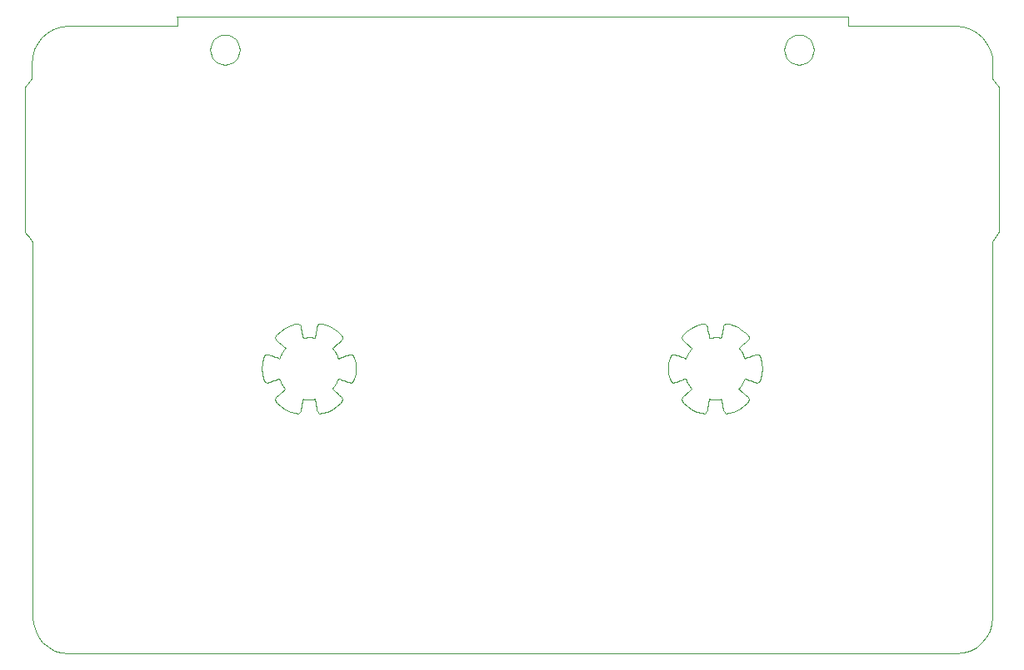
<source format=gbr>
G04 #@! TF.FileFunction,Profile,NP*
%FSLAX46Y46*%
G04 Gerber Fmt 4.6, Leading zero omitted, Abs format (unit mm)*
G04 Created by KiCad (PCBNEW 4.0.7-e0-6372~58~ubuntu16.04.1) date Fri Jul 21 22:06:20 2017*
%MOMM*%
%LPD*%
G01*
G04 APERTURE LIST*
%ADD10C,0.100000*%
G04 APERTURE END LIST*
D10*
X115096850Y-61419693D02*
X115096850Y-61419693D01*
X115096640Y-61419678D02*
X115096850Y-61419693D01*
X115096630Y-61419675D02*
X115096640Y-61419678D01*
X115096620Y-61419672D02*
X115096630Y-61419675D01*
X115096600Y-61419672D02*
X115096620Y-61419672D01*
X115096590Y-61419669D02*
X115096600Y-61419672D01*
X115096580Y-61419669D02*
X115096590Y-61419669D01*
X115096570Y-61419667D02*
X115096580Y-61419669D01*
X115096560Y-61419667D02*
X115096570Y-61419667D01*
X115346080Y-61573221D02*
X115096560Y-61419667D01*
X115577730Y-61736337D02*
X115346080Y-61573221D01*
X115782250Y-61903720D02*
X115577730Y-61736337D01*
X115950400Y-62070068D02*
X115782250Y-61903720D01*
X116072930Y-62230079D02*
X115950400Y-62070068D01*
X116140630Y-62378457D02*
X116072930Y-62230079D01*
X116144630Y-62509894D02*
X116140630Y-62378457D01*
X116074830Y-62619094D02*
X116144630Y-62509894D01*
X115953050Y-62726147D02*
X116074830Y-62619094D01*
X115831270Y-62833199D02*
X115953050Y-62726147D01*
X115709490Y-62940252D02*
X115831270Y-62833199D01*
X115587710Y-63047304D02*
X115709490Y-62940252D01*
X115465930Y-63154360D02*
X115587710Y-63047304D01*
X115344150Y-63261412D02*
X115465930Y-63154360D01*
X115222370Y-63368465D02*
X115344150Y-63261412D01*
X115100590Y-63475517D02*
X115222370Y-63368465D01*
X115196890Y-63592676D02*
X115100590Y-63475517D01*
X115287290Y-63714162D02*
X115196890Y-63592676D01*
X115371690Y-63839745D02*
X115287290Y-63714162D01*
X115449890Y-63969200D02*
X115371690Y-63839745D01*
X115521790Y-64102302D02*
X115449890Y-63969200D01*
X115587290Y-64238821D02*
X115521790Y-64102302D01*
X115646190Y-64378529D02*
X115587290Y-64238821D01*
X115698490Y-64521201D02*
X115646190Y-64378529D01*
X115852810Y-64469051D02*
X115698490Y-64521201D01*
X116007130Y-64416901D02*
X115852810Y-64469051D01*
X116161450Y-64364741D02*
X116007130Y-64416901D01*
X116315760Y-64312591D02*
X116161450Y-64364741D01*
X116470080Y-64260441D02*
X116315760Y-64312591D01*
X116624400Y-64208281D02*
X116470080Y-64260441D01*
X116778720Y-64156121D02*
X116624400Y-64208281D01*
X116933040Y-64103971D02*
X116778720Y-64156121D01*
X117172580Y-64167851D02*
X116933040Y-64103971D01*
X117344290Y-64487431D02*
X117172580Y-64167851D01*
X117447880Y-64977440D02*
X117344290Y-64487431D01*
X117483080Y-65552597D02*
X117447880Y-64977440D01*
X117449580Y-66127625D02*
X117483080Y-65552597D01*
X117347020Y-66617244D02*
X117449580Y-66127625D01*
X117175150Y-66936178D02*
X117347020Y-66617244D01*
X116933680Y-66999148D02*
X117175150Y-66936178D01*
X116778040Y-66946578D02*
X116933680Y-66999148D01*
X116622400Y-66894008D02*
X116778040Y-66946578D01*
X116466770Y-66841428D02*
X116622400Y-66894008D01*
X116311130Y-66788858D02*
X116466770Y-66841428D01*
X116155490Y-66736278D02*
X116311130Y-66788858D01*
X115999850Y-66683698D02*
X116155490Y-66736278D01*
X115844220Y-66631128D02*
X115999850Y-66683698D01*
X115688580Y-66578548D02*
X115844220Y-66631128D01*
X115663180Y-66649658D02*
X115688580Y-66578548D01*
X115636180Y-66720118D02*
X115663180Y-66649658D01*
X115607480Y-66789908D02*
X115636180Y-66720118D01*
X115577180Y-66858998D02*
X115607480Y-66789908D01*
X115545180Y-66927348D02*
X115577180Y-66858998D01*
X115511580Y-66994938D02*
X115545180Y-66927348D01*
X115476380Y-67061728D02*
X115511580Y-66994938D01*
X115439680Y-67127698D02*
X115476380Y-67061728D01*
X115400980Y-67192548D02*
X115439680Y-67127698D01*
X115360780Y-67256438D02*
X115400980Y-67192548D01*
X115319080Y-67319338D02*
X115360780Y-67256438D01*
X115275980Y-67381228D02*
X115319080Y-67319338D01*
X115231380Y-67442088D02*
X115275980Y-67381228D01*
X115185380Y-67501878D02*
X115231380Y-67442088D01*
X115137980Y-67560578D02*
X115185380Y-67501878D01*
X115089180Y-67618168D02*
X115137980Y-67560578D01*
X115212490Y-67726541D02*
X115089180Y-67618168D01*
X115335810Y-67834914D02*
X115212490Y-67726541D01*
X115459120Y-67943288D02*
X115335810Y-67834914D01*
X115582440Y-68051661D02*
X115459120Y-67943288D01*
X115705750Y-68160037D02*
X115582440Y-68051661D01*
X115829070Y-68268411D02*
X115705750Y-68160037D01*
X115952390Y-68376784D02*
X115829070Y-68268411D01*
X116075700Y-68485157D02*
X115952390Y-68376784D01*
X116140100Y-68724496D02*
X116075700Y-68485157D01*
X115949200Y-69032922D02*
X116140100Y-68724496D01*
X115576650Y-69367550D02*
X115949200Y-69032922D01*
X115096160Y-69685494D02*
X115576650Y-69367550D01*
X114581430Y-69943868D02*
X115096160Y-69685494D01*
X114106160Y-70099780D02*
X114581430Y-69943868D01*
X113744040Y-70110360D02*
X114106160Y-70099780D01*
X113568780Y-69932704D02*
X113744040Y-70110360D01*
X113536780Y-69772777D02*
X113568780Y-69932704D01*
X113504780Y-69612850D02*
X113536780Y-69772777D01*
X113472780Y-69452921D02*
X113504780Y-69612850D01*
X113440780Y-69292994D02*
X113472780Y-69452921D01*
X113408780Y-69133067D02*
X113440780Y-69292994D01*
X113376780Y-68973140D02*
X113408780Y-69133067D01*
X113344780Y-68813211D02*
X113376780Y-68973140D01*
X113312780Y-68653284D02*
X113344780Y-68813211D01*
X113163000Y-68679644D02*
X113312780Y-68653284D01*
X113012430Y-68698724D02*
X113163000Y-68679644D01*
X112861330Y-68710524D02*
X113012430Y-68698724D01*
X112709970Y-68715024D02*
X112861330Y-68710524D01*
X112558610Y-68712224D02*
X112709970Y-68715024D01*
X112407510Y-68702174D02*
X112558610Y-68712224D01*
X112256940Y-68684844D02*
X112407510Y-68702174D01*
X112107150Y-68660204D02*
X112256940Y-68684844D01*
X112075250Y-68819276D02*
X112107150Y-68660204D01*
X112043350Y-68978347D02*
X112075250Y-68819276D01*
X112011450Y-69137419D02*
X112043350Y-68978347D01*
X111979550Y-69296491D02*
X112011450Y-69137419D01*
X111947650Y-69455560D02*
X111979550Y-69296491D01*
X111915750Y-69614632D02*
X111947650Y-69455560D01*
X111883850Y-69773703D02*
X111915750Y-69614632D01*
X111851950Y-69932775D02*
X111883850Y-69773703D01*
X111676660Y-70110428D02*
X111851950Y-69932775D01*
X111314490Y-70099848D02*
X111676660Y-70110428D01*
X110839140Y-69943918D02*
X111314490Y-70099848D01*
X110324310Y-69685529D02*
X110839140Y-69943918D01*
X109843740Y-69367569D02*
X110324310Y-69685529D01*
X109471120Y-69032927D02*
X109843740Y-69367569D01*
X109280160Y-68724492D02*
X109471120Y-69032927D01*
X109344560Y-68485150D02*
X109280160Y-68724492D01*
X109466340Y-68378098D02*
X109344560Y-68485150D01*
X109588120Y-68271043D02*
X109466340Y-68378098D01*
X109709900Y-68163990D02*
X109588120Y-68271043D01*
X109831680Y-68056935D02*
X109709900Y-68163990D01*
X109953460Y-67949882D02*
X109831680Y-68056935D01*
X110075240Y-67842830D02*
X109953460Y-67949882D01*
X110197020Y-67735774D02*
X110075240Y-67842830D01*
X110318800Y-67628722D02*
X110197020Y-67735774D01*
X110222600Y-67511399D02*
X110318800Y-67628722D01*
X110132300Y-67389750D02*
X110222600Y-67511399D01*
X110048000Y-67264000D02*
X110132300Y-67389750D01*
X109969900Y-67134384D02*
X110048000Y-67264000D01*
X109898100Y-67001124D02*
X109969900Y-67134384D01*
X109832700Y-66864450D02*
X109898100Y-67001124D01*
X109773900Y-66724586D02*
X109832700Y-66864450D01*
X109721800Y-66581765D02*
X109773900Y-66724586D01*
X109567480Y-66633915D02*
X109721800Y-66581765D01*
X109413160Y-66686075D02*
X109567480Y-66633915D01*
X109258840Y-66738225D02*
X109413160Y-66686075D01*
X109104520Y-66790375D02*
X109258840Y-66738225D01*
X108950210Y-66842525D02*
X109104520Y-66790375D01*
X108795890Y-66894675D02*
X108950210Y-66842525D01*
X108641570Y-66946825D02*
X108795890Y-66894675D01*
X108487250Y-66998975D02*
X108641570Y-66946825D01*
X108245760Y-66936025D02*
X108487250Y-66998975D01*
X108073860Y-66617130D02*
X108245760Y-66936025D01*
X107971250Y-66127571D02*
X108073860Y-66617130D01*
X107937650Y-65552611D02*
X107971250Y-66127571D01*
X107972750Y-64977523D02*
X107937650Y-65552611D01*
X108076270Y-64487574D02*
X107972750Y-64977523D01*
X108247930Y-64168034D02*
X108076270Y-64487574D01*
X108487420Y-64104174D02*
X108247930Y-64168034D01*
X108642980Y-64156704D02*
X108487420Y-64104174D01*
X108798530Y-64209234D02*
X108642980Y-64156704D01*
X108954090Y-64261764D02*
X108798530Y-64209234D01*
X109109650Y-64314294D02*
X108954090Y-64261764D01*
X109265210Y-64366824D02*
X109109650Y-64314294D01*
X109420770Y-64419354D02*
X109265210Y-64366824D01*
X109576330Y-64471884D02*
X109420770Y-64419354D01*
X109731890Y-64524414D02*
X109576330Y-64471884D01*
X109757290Y-64453394D02*
X109731890Y-64524414D01*
X109784290Y-64383014D02*
X109757290Y-64453394D01*
X109812890Y-64313314D02*
X109784290Y-64383014D01*
X109843190Y-64244314D02*
X109812890Y-64313314D01*
X109875090Y-64176044D02*
X109843190Y-64244314D01*
X109908590Y-64108534D02*
X109875090Y-64176044D01*
X109943690Y-64041814D02*
X109908590Y-64108534D01*
X109980390Y-63975914D02*
X109943690Y-64041814D01*
X110019090Y-63911064D02*
X109980390Y-63975914D01*
X110059290Y-63847174D02*
X110019090Y-63911064D01*
X110100990Y-63784264D02*
X110059290Y-63847174D01*
X110144090Y-63722374D02*
X110100990Y-63784264D01*
X110188690Y-63661524D02*
X110144090Y-63722374D01*
X110234690Y-63601734D02*
X110188690Y-63661524D01*
X110282090Y-63543034D02*
X110234690Y-63601734D01*
X110330890Y-63485444D02*
X110282090Y-63543034D01*
X110207650Y-63377118D02*
X110330890Y-63485444D01*
X110084410Y-63268790D02*
X110207650Y-63377118D01*
X109961170Y-63160462D02*
X110084410Y-63268790D01*
X109837940Y-63052137D02*
X109961170Y-63160462D01*
X109714700Y-62943811D02*
X109837940Y-63052137D01*
X109591470Y-62835483D02*
X109714700Y-62943811D01*
X109468230Y-62727155D02*
X109591470Y-62835483D01*
X109345000Y-62618830D02*
X109468230Y-62727155D01*
X109278800Y-62378196D02*
X109345000Y-62618830D01*
X109469110Y-62069811D02*
X109278800Y-62378196D01*
X109841920Y-61736078D02*
X109469110Y-62069811D01*
X110323190Y-61419391D02*
X109841920Y-61736078D01*
X110838940Y-61162145D02*
X110323190Y-61419391D01*
X111315150Y-61006734D02*
X110838940Y-61162145D01*
X111677800Y-60995554D02*
X111315150Y-61006734D01*
X111852890Y-61171009D02*
X111677800Y-60995554D01*
X111884890Y-61330936D02*
X111852890Y-61171009D01*
X111916890Y-61490862D02*
X111884890Y-61330936D01*
X111948890Y-61650792D02*
X111916890Y-61490862D01*
X111980890Y-61810719D02*
X111948890Y-61650792D01*
X112012890Y-61970646D02*
X111980890Y-61810719D01*
X112044890Y-62130573D02*
X112012890Y-61970646D01*
X112076890Y-62290502D02*
X112044890Y-62130573D01*
X112108890Y-62450429D02*
X112076890Y-62290502D01*
X112258470Y-62424129D02*
X112108890Y-62450429D01*
X112408830Y-62405079D02*
X112258470Y-62424129D01*
X112559720Y-62393279D02*
X112408830Y-62405079D01*
X112710870Y-62388779D02*
X112559720Y-62393279D01*
X112862020Y-62391579D02*
X112710870Y-62388779D01*
X113012910Y-62401599D02*
X112862020Y-62391579D01*
X113163280Y-62418869D02*
X113012910Y-62401599D01*
X113312870Y-62443419D02*
X113163280Y-62418869D01*
X113344670Y-62284427D02*
X113312870Y-62443419D01*
X113376470Y-62125437D02*
X113344670Y-62284427D01*
X113408270Y-61966444D02*
X113376470Y-62125437D01*
X113440070Y-61807454D02*
X113408270Y-61966444D01*
X113471870Y-61648461D02*
X113440070Y-61807454D01*
X113503670Y-61489469D02*
X113471870Y-61648461D01*
X113535470Y-61330479D02*
X113503670Y-61489469D01*
X113567270Y-61171486D02*
X113535470Y-61330479D01*
X113626770Y-61057779D02*
X113567270Y-61171486D01*
X113742380Y-60996029D02*
X113626770Y-61057779D01*
X113904870Y-60980929D02*
X113742380Y-60996029D01*
X114105000Y-61007179D02*
X113904870Y-60980929D01*
X114333510Y-61069479D02*
X114105000Y-61007179D01*
X114581150Y-61162529D02*
X114333510Y-61069479D01*
X114838690Y-61281034D02*
X114581150Y-61162529D01*
X115096850Y-61419693D02*
X114838690Y-61281034D01*
X73802998Y-61419693D02*
X73802998Y-61419693D01*
X73802981Y-61419685D02*
X73802998Y-61419693D01*
X73802970Y-61419682D02*
X73802981Y-61419685D01*
X73802959Y-61419679D02*
X73802970Y-61419682D01*
X73802945Y-61419679D02*
X73802959Y-61419679D01*
X73802934Y-61419676D02*
X73802945Y-61419679D01*
X73802922Y-61419676D02*
X73802934Y-61419676D01*
X73802911Y-61419673D02*
X73802922Y-61419676D01*
X73802900Y-61419673D02*
X73802911Y-61419673D01*
X74052426Y-61573228D02*
X73802900Y-61419673D01*
X74284071Y-61736344D02*
X74052426Y-61573228D01*
X74488592Y-61903727D02*
X74284071Y-61736344D01*
X74656740Y-62070074D02*
X74488592Y-61903727D01*
X74779261Y-62230098D02*
X74656740Y-62070074D01*
X74846931Y-62378473D02*
X74779261Y-62230098D01*
X74850531Y-62509910D02*
X74846931Y-62378473D01*
X74780741Y-62619106D02*
X74850531Y-62509910D01*
X74658959Y-62726158D02*
X74780741Y-62619106D01*
X74537180Y-62833211D02*
X74658959Y-62726158D01*
X74415398Y-62940263D02*
X74537180Y-62833211D01*
X74293620Y-63047316D02*
X74415398Y-62940263D01*
X74171841Y-63154371D02*
X74293620Y-63047316D01*
X74050059Y-63261424D02*
X74171841Y-63154371D01*
X73928277Y-63368476D02*
X74050059Y-63261424D01*
X73806498Y-63475529D02*
X73928277Y-63368476D01*
X73902798Y-63592688D02*
X73806498Y-63475529D01*
X73993198Y-63714173D02*
X73902798Y-63592688D01*
X74077568Y-63839756D02*
X73993198Y-63714173D01*
X74155768Y-63969211D02*
X74077568Y-63839756D01*
X74227678Y-64102313D02*
X74155768Y-63969211D01*
X74293168Y-64238832D02*
X74227678Y-64102313D01*
X74352108Y-64378541D02*
X74293168Y-64238832D01*
X74404368Y-64521213D02*
X74352108Y-64378541D01*
X74558687Y-64469063D02*
X74404368Y-64521213D01*
X74713006Y-64416913D02*
X74558687Y-64469063D01*
X74867325Y-64364753D02*
X74713006Y-64416913D01*
X75021645Y-64312603D02*
X74867325Y-64364753D01*
X75175964Y-64260453D02*
X75021645Y-64312603D01*
X75330283Y-64208293D02*
X75175964Y-64260453D01*
X75484602Y-64156143D02*
X75330283Y-64208293D01*
X75638921Y-64103993D02*
X75484602Y-64156143D01*
X75878460Y-64167873D02*
X75638921Y-64103993D01*
X76050172Y-64487453D02*
X75878460Y-64167873D01*
X76153759Y-64977461D02*
X76050172Y-64487453D01*
X76188929Y-65552619D02*
X76153759Y-64977461D01*
X76155379Y-66127647D02*
X76188929Y-65552619D01*
X76052819Y-66617266D02*
X76155379Y-66127647D01*
X75880952Y-66936199D02*
X76052819Y-66617266D01*
X75639480Y-66999169D02*
X75880952Y-66936199D01*
X75483843Y-66946599D02*
X75639480Y-66999169D01*
X75328206Y-66894029D02*
X75483843Y-66946599D01*
X75172569Y-66841449D02*
X75328206Y-66894029D01*
X75016929Y-66788879D02*
X75172569Y-66841449D01*
X74861292Y-66736299D02*
X75016929Y-66788879D01*
X74705655Y-66683719D02*
X74861292Y-66736299D01*
X74550018Y-66631149D02*
X74705655Y-66683719D01*
X74394380Y-66578569D02*
X74550018Y-66631149D01*
X74369010Y-66649679D02*
X74394380Y-66578569D01*
X74341970Y-66720139D02*
X74369010Y-66649679D01*
X74313280Y-66789929D02*
X74341970Y-66720139D01*
X74282950Y-66859019D02*
X74313280Y-66789929D01*
X74250990Y-66927369D02*
X74282950Y-66859019D01*
X74217420Y-66994959D02*
X74250990Y-66927369D01*
X74182250Y-67061749D02*
X74217420Y-66994959D01*
X74145500Y-67127719D02*
X74182250Y-67061749D01*
X74106820Y-67192569D02*
X74145500Y-67127719D01*
X74066640Y-67256459D02*
X74106820Y-67192569D01*
X74024970Y-67319359D02*
X74066640Y-67256459D01*
X73981840Y-67381249D02*
X74024970Y-67319359D01*
X73937260Y-67442109D02*
X73981840Y-67381249D01*
X73891250Y-67501899D02*
X73937260Y-67442109D01*
X73843820Y-67560599D02*
X73891250Y-67501899D01*
X73795000Y-67618189D02*
X73843820Y-67560599D01*
X73918314Y-67726562D02*
X73795000Y-67618189D01*
X74041631Y-67834935D02*
X73918314Y-67726562D01*
X74164946Y-67943309D02*
X74041631Y-67834935D01*
X74288263Y-68051682D02*
X74164946Y-67943309D01*
X74411577Y-68160058D02*
X74288263Y-68051682D01*
X74534894Y-68268432D02*
X74411577Y-68160058D01*
X74658208Y-68376805D02*
X74534894Y-68268432D01*
X74781525Y-68485178D02*
X74658208Y-68376805D01*
X74845965Y-68724517D02*
X74781525Y-68485178D01*
X74655061Y-69032943D02*
X74845965Y-68724517D01*
X74282514Y-69367571D02*
X74655061Y-69032943D01*
X73802025Y-69685515D02*
X74282514Y-69367571D01*
X73287291Y-69943889D02*
X73802025Y-69685515D01*
X72812014Y-70099803D02*
X73287291Y-69943889D01*
X72449894Y-70110383D02*
X72812014Y-70099803D01*
X72274632Y-69932727D02*
X72449894Y-70110383D01*
X72242652Y-69772800D02*
X72274632Y-69932727D01*
X72210672Y-69612873D02*
X72242652Y-69772800D01*
X72178692Y-69452943D02*
X72210672Y-69612873D01*
X72146712Y-69293017D02*
X72178692Y-69452943D01*
X72114732Y-69133090D02*
X72146712Y-69293017D01*
X72082752Y-68973163D02*
X72114732Y-69133090D01*
X72050772Y-68813233D02*
X72082752Y-68973163D01*
X72018792Y-68653306D02*
X72050772Y-68813233D01*
X71869011Y-68679666D02*
X72018792Y-68653306D01*
X71718440Y-68698746D02*
X71869011Y-68679666D01*
X71567344Y-68710546D02*
X71718440Y-68698746D01*
X71415982Y-68715046D02*
X71567344Y-68710546D01*
X71264623Y-68712246D02*
X71415982Y-68715046D01*
X71113524Y-68702196D02*
X71264623Y-68712246D01*
X70962948Y-68684866D02*
X71113524Y-68702196D01*
X70813158Y-68660226D02*
X70962948Y-68684866D01*
X70781288Y-68819298D02*
X70813158Y-68660226D01*
X70749418Y-68978370D02*
X70781288Y-68819298D01*
X70717548Y-69137441D02*
X70749418Y-68978370D01*
X70685688Y-69296513D02*
X70717548Y-69137441D01*
X70653818Y-69455582D02*
X70685688Y-69296513D01*
X70621948Y-69614654D02*
X70653818Y-69455582D01*
X70590088Y-69773726D02*
X70621948Y-69614654D01*
X70558218Y-69932797D02*
X70590088Y-69773726D01*
X70382933Y-70110451D02*
X70558218Y-69932797D01*
X70020760Y-70099871D02*
X70382933Y-70110451D01*
X69545407Y-69943941D02*
X70020760Y-70099871D01*
X69030586Y-69685552D02*
X69545407Y-69943941D01*
X68550006Y-69367592D02*
X69030586Y-69685552D01*
X68177386Y-69032950D02*
X68550006Y-69367592D01*
X67986428Y-68724515D02*
X68177386Y-69032950D01*
X68050848Y-68485173D02*
X67986428Y-68724515D01*
X68172630Y-68378121D02*
X68050848Y-68485173D01*
X68294409Y-68271066D02*
X68172630Y-68378121D01*
X68416191Y-68164013D02*
X68294409Y-68271066D01*
X68537970Y-68056958D02*
X68416191Y-68164013D01*
X68659751Y-67949905D02*
X68537970Y-68056958D01*
X68781533Y-67842853D02*
X68659751Y-67949905D01*
X68903312Y-67735797D02*
X68781533Y-67842853D01*
X69025094Y-67628742D02*
X68903312Y-67735797D01*
X68928844Y-67511419D02*
X69025094Y-67628742D01*
X68838514Y-67389770D02*
X68928844Y-67511419D01*
X68754224Y-67264020D02*
X68838514Y-67389770D01*
X68676104Y-67134404D02*
X68754224Y-67264020D01*
X68604294Y-67001145D02*
X68676104Y-67134404D01*
X68538914Y-66864470D02*
X68604294Y-67001145D01*
X68480094Y-66724606D02*
X68538914Y-66864470D01*
X68427974Y-66581785D02*
X68480094Y-66724606D01*
X68273655Y-66633935D02*
X68427974Y-66581785D01*
X68119336Y-66686085D02*
X68273655Y-66633935D01*
X67965017Y-66738235D02*
X68119336Y-66686085D01*
X67810698Y-66790385D02*
X67965017Y-66738235D01*
X67656381Y-66842535D02*
X67810698Y-66790385D01*
X67502062Y-66894685D02*
X67656381Y-66842535D01*
X67347743Y-66946835D02*
X67502062Y-66894685D01*
X67193424Y-66998985D02*
X67347743Y-66946835D01*
X66951938Y-66936035D02*
X67193424Y-66998985D01*
X66780033Y-66617140D02*
X66951938Y-66936035D01*
X66677420Y-66127581D02*
X66780033Y-66617140D01*
X66643810Y-65552621D02*
X66677420Y-66127581D01*
X66678910Y-64977534D02*
X66643810Y-65552621D01*
X66782435Y-64487585D02*
X66678910Y-64977534D01*
X66954088Y-64168044D02*
X66782435Y-64487585D01*
X67193582Y-64104184D02*
X66954088Y-64168044D01*
X67349140Y-64156714D02*
X67193582Y-64104184D01*
X67504698Y-64209244D02*
X67349140Y-64156714D01*
X67660256Y-64261774D02*
X67504698Y-64209244D01*
X67815814Y-64314304D02*
X67660256Y-64261774D01*
X67971375Y-64366834D02*
X67815814Y-64314304D01*
X68126933Y-64419364D02*
X67971375Y-64366834D01*
X68282491Y-64471894D02*
X68126933Y-64419364D01*
X68438049Y-64524424D02*
X68282491Y-64471894D01*
X68463389Y-64453404D02*
X68438049Y-64524424D01*
X68490399Y-64383024D02*
X68463389Y-64453404D01*
X68519049Y-64313324D02*
X68490399Y-64383024D01*
X68549329Y-64244324D02*
X68519049Y-64313324D01*
X68581239Y-64176054D02*
X68549329Y-64244324D01*
X68614749Y-64108544D02*
X68581239Y-64176054D01*
X68649859Y-64041824D02*
X68614749Y-64108544D01*
X68686549Y-63975924D02*
X68649859Y-64041824D01*
X68725229Y-63911074D02*
X68686549Y-63975924D01*
X68765409Y-63847184D02*
X68725229Y-63911074D01*
X68807069Y-63784274D02*
X68765409Y-63847184D01*
X68850199Y-63722384D02*
X68807069Y-63784274D01*
X68894779Y-63661524D02*
X68850199Y-63722384D01*
X68940799Y-63601734D02*
X68894779Y-63661524D01*
X68988229Y-63543034D02*
X68940799Y-63601734D01*
X69037049Y-63485444D02*
X68988229Y-63543034D01*
X68913814Y-63377119D02*
X69037049Y-63485444D01*
X68790576Y-63268790D02*
X68913814Y-63377119D01*
X68667341Y-63160462D02*
X68790576Y-63268790D01*
X68544105Y-63052137D02*
X68667341Y-63160462D01*
X68420870Y-62943812D02*
X68544105Y-63052137D01*
X68297632Y-62835483D02*
X68420870Y-62943812D01*
X68174397Y-62727155D02*
X68297632Y-62835483D01*
X68051162Y-62618830D02*
X68174397Y-62727155D01*
X67984972Y-62378196D02*
X68051162Y-62618830D01*
X68175286Y-62069812D02*
X67984972Y-62378196D01*
X68548090Y-61736078D02*
X68175286Y-62069812D01*
X69029369Y-61419391D02*
X68548090Y-61736078D01*
X69545116Y-61162145D02*
X69029369Y-61419391D01*
X70021324Y-61006734D02*
X69545116Y-61162145D01*
X70383977Y-60995554D02*
X70021324Y-61006734D01*
X70559064Y-61171009D02*
X70383977Y-60995554D01*
X70591044Y-61330936D02*
X70559064Y-61171009D01*
X70623024Y-61490863D02*
X70591044Y-61330936D01*
X70655004Y-61650792D02*
X70623024Y-61490863D01*
X70686984Y-61810719D02*
X70655004Y-61650792D01*
X70718964Y-61970646D02*
X70686984Y-61810719D01*
X70750944Y-62130573D02*
X70718964Y-61970646D01*
X70782924Y-62290503D02*
X70750944Y-62130573D01*
X70814904Y-62450429D02*
X70782924Y-62290503D01*
X70964482Y-62424129D02*
X70814904Y-62450429D01*
X71114844Y-62405079D02*
X70964482Y-62424129D01*
X71265731Y-62393279D02*
X71114844Y-62405079D01*
X71416881Y-62388779D02*
X71265731Y-62393279D01*
X71568034Y-62391579D02*
X71416881Y-62388779D01*
X71718924Y-62401599D02*
X71568034Y-62391579D01*
X71869295Y-62418869D02*
X71718924Y-62401599D01*
X72018884Y-62443419D02*
X71869295Y-62418869D01*
X72050704Y-62284427D02*
X72018884Y-62443419D01*
X72082524Y-62125437D02*
X72050704Y-62284427D01*
X72114344Y-61966444D02*
X72082524Y-62125437D01*
X72146164Y-61807454D02*
X72114344Y-61966444D01*
X72177984Y-61648461D02*
X72146164Y-61807454D01*
X72209804Y-61489469D02*
X72177984Y-61648461D01*
X72241624Y-61330479D02*
X72209804Y-61489469D01*
X72273444Y-61171486D02*
X72241624Y-61330479D01*
X72332914Y-61057779D02*
X72273444Y-61171486D01*
X72448521Y-60996029D02*
X72332914Y-61057779D01*
X72611013Y-60980929D02*
X72448521Y-60996029D01*
X72811140Y-61007179D02*
X72611013Y-60980929D01*
X73039652Y-61069479D02*
X72811140Y-61007179D01*
X73287297Y-61162529D02*
X73039652Y-61069479D01*
X73544830Y-61281034D02*
X73287297Y-61162529D01*
X73802998Y-61419693D02*
X73544830Y-61281034D01*
X122734530Y-33136848D02*
X122734530Y-33136848D01*
X122704040Y-32833976D02*
X122734530Y-33136848D01*
X122616440Y-32551886D02*
X122704040Y-32833976D01*
X122477880Y-32296616D02*
X122616440Y-32551886D01*
X122294380Y-32074205D02*
X122477880Y-32296616D01*
X122071970Y-31890702D02*
X122294380Y-32074205D01*
X121816700Y-31752145D02*
X122071970Y-31890702D01*
X121534600Y-31664575D02*
X121816700Y-31752145D01*
X121231740Y-31634045D02*
X121534600Y-31664575D01*
X120928880Y-31664575D02*
X121231740Y-31634045D01*
X120646780Y-31752145D02*
X120928880Y-31664575D01*
X120391510Y-31890702D02*
X120646780Y-31752145D01*
X120169100Y-32074208D02*
X120391510Y-31890702D01*
X119985600Y-32296616D02*
X120169100Y-32074208D01*
X119847040Y-32551889D02*
X119985600Y-32296616D01*
X119759440Y-32833979D02*
X119847040Y-32551889D01*
X119728940Y-33136846D02*
X119759440Y-32833979D01*
X119759440Y-33439710D02*
X119728940Y-33136846D01*
X119847040Y-33721802D02*
X119759440Y-33439710D01*
X119985600Y-33977072D02*
X119847040Y-33721802D01*
X120169100Y-34199480D02*
X119985600Y-33977072D01*
X120391510Y-34382984D02*
X120169100Y-34199480D01*
X120646780Y-34521541D02*
X120391510Y-34382984D01*
X120928870Y-34609111D02*
X120646780Y-34521541D01*
X121231740Y-34639641D02*
X120928870Y-34609111D01*
X121534600Y-34609111D02*
X121231740Y-34639641D01*
X121816690Y-34521541D02*
X121534600Y-34609111D01*
X122071960Y-34382986D02*
X121816690Y-34521541D01*
X122294370Y-34199480D02*
X122071960Y-34382986D01*
X122477880Y-33977072D02*
X122294370Y-34199480D01*
X122616430Y-33721802D02*
X122477880Y-33977072D01*
X122704030Y-33439712D02*
X122616430Y-33721802D01*
X122734530Y-33136848D02*
X122704030Y-33439712D01*
X64397644Y-33136848D02*
X64397644Y-33136848D01*
X64367100Y-32833976D02*
X64397644Y-33136848D01*
X64279540Y-32551887D02*
X64367100Y-32833976D01*
X64140983Y-32296614D02*
X64279540Y-32551887D01*
X63957476Y-32074206D02*
X64140983Y-32296614D01*
X63735068Y-31890699D02*
X63957476Y-32074206D01*
X63479796Y-31752142D02*
X63735068Y-31890699D01*
X63197706Y-31664572D02*
X63479796Y-31752142D01*
X62894839Y-31634042D02*
X63197706Y-31664572D01*
X62591975Y-31664572D02*
X62894839Y-31634042D01*
X62309883Y-31752142D02*
X62591975Y-31664572D01*
X62054613Y-31890699D02*
X62309883Y-31752142D01*
X61832205Y-32074203D02*
X62054613Y-31890699D01*
X61648701Y-32296614D02*
X61832205Y-32074203D01*
X61510144Y-32551884D02*
X61648701Y-32296614D01*
X61422584Y-32833973D02*
X61510144Y-32551884D01*
X61392054Y-33136840D02*
X61422584Y-32833973D01*
X61422584Y-33439704D02*
X61392054Y-33136840D01*
X61510154Y-33721794D02*
X61422584Y-33439704D01*
X61648708Y-33977064D02*
X61510154Y-33721794D01*
X61832215Y-34199472D02*
X61648708Y-33977064D01*
X62054623Y-34382978D02*
X61832215Y-34199472D01*
X62309893Y-34521533D02*
X62054623Y-34382978D01*
X62591982Y-34609103D02*
X62309893Y-34521533D01*
X62894846Y-34639633D02*
X62591982Y-34609103D01*
X63197713Y-34609103D02*
X62894846Y-34639633D01*
X63479803Y-34521543D02*
X63197713Y-34609103D01*
X63735073Y-34382986D02*
X63479803Y-34521543D01*
X63957483Y-34199483D02*
X63735073Y-34382986D01*
X64140987Y-33977075D02*
X63957483Y-34199483D01*
X64279544Y-33721802D02*
X64140987Y-33977075D01*
X64367114Y-33439712D02*
X64279544Y-33721802D01*
X64397644Y-33136848D02*
X64367114Y-33439712D01*
X58028232Y-29746603D02*
X58028232Y-29746603D01*
X58024840Y-29746567D02*
X58028232Y-29746603D01*
X58024843Y-29746572D02*
X58024840Y-29746567D01*
X58024845Y-29746577D02*
X58024843Y-29746572D01*
X58024848Y-29746582D02*
X58024845Y-29746577D01*
X58024851Y-29746587D02*
X58024848Y-29746582D01*
X58024854Y-29746592D02*
X58024851Y-29746587D01*
X58024857Y-29746597D02*
X58024854Y-29746592D01*
X58024859Y-29746601D02*
X58024857Y-29746597D01*
X66547130Y-29746601D02*
X58024859Y-29746601D01*
X75069401Y-29746601D02*
X66547130Y-29746601D01*
X83591670Y-29746601D02*
X75069401Y-29746601D01*
X92113940Y-29746601D02*
X83591670Y-29746601D01*
X100636210Y-29746601D02*
X92113940Y-29746601D01*
X109158480Y-29746601D02*
X100636210Y-29746601D01*
X117680760Y-29746601D02*
X109158480Y-29746601D01*
X126203000Y-29746601D02*
X117680760Y-29746601D01*
X126203000Y-29868558D02*
X126203000Y-29746601D01*
X126203000Y-29990514D02*
X126203000Y-29868558D01*
X126203000Y-30112470D02*
X126203000Y-29990514D01*
X126203000Y-30234427D02*
X126203000Y-30112470D01*
X126203000Y-30356383D02*
X126203000Y-30234427D01*
X126203000Y-30478338D02*
X126203000Y-30356383D01*
X126203000Y-30600295D02*
X126203000Y-30478338D01*
X126203000Y-30722252D02*
X126203000Y-30600295D01*
X127573660Y-30722252D02*
X126203000Y-30722252D01*
X128944330Y-30722252D02*
X127573660Y-30722252D01*
X130314990Y-30722252D02*
X128944330Y-30722252D01*
X131685660Y-30722252D02*
X130314990Y-30722252D01*
X133056320Y-30722252D02*
X131685660Y-30722252D01*
X134426990Y-30722252D02*
X133056320Y-30722252D01*
X135797650Y-30722252D02*
X134426990Y-30722252D01*
X137168320Y-30722252D02*
X135797650Y-30722252D01*
X137929270Y-30802442D02*
X137168320Y-30722252D01*
X138635150Y-31031508D02*
X137929270Y-30802442D01*
X139271480Y-31392194D02*
X138635150Y-31031508D01*
X139823750Y-31867238D02*
X139271480Y-31392194D01*
X140277460Y-32439388D02*
X139823750Y-31867238D01*
X140618110Y-33091383D02*
X140277460Y-32439388D01*
X140831210Y-33805964D02*
X140618110Y-33091383D01*
X140901910Y-34565876D02*
X140831210Y-33805964D01*
X140901910Y-34716910D02*
X140901910Y-34565876D01*
X140901910Y-34867941D02*
X140901910Y-34716910D01*
X140901910Y-35018975D02*
X140901910Y-34867941D01*
X140901910Y-35170009D02*
X140901910Y-35018975D01*
X140901910Y-35321040D02*
X140901910Y-35170009D01*
X140901910Y-35472074D02*
X140901910Y-35321040D01*
X140901910Y-35623106D02*
X140901910Y-35472074D01*
X140901910Y-35774140D02*
X140901910Y-35623106D01*
X140901910Y-35810180D02*
X140901910Y-35774140D01*
X140901910Y-35846210D02*
X140901910Y-35810180D01*
X140901910Y-35882250D02*
X140901910Y-35846210D01*
X140901910Y-35918290D02*
X140901910Y-35882250D01*
X140901910Y-35954320D02*
X140901910Y-35918290D01*
X140901910Y-35990360D02*
X140901910Y-35954320D01*
X140901910Y-36026390D02*
X140901910Y-35990360D01*
X140901910Y-36062430D02*
X140901910Y-36026390D01*
X140984110Y-36172191D02*
X140901910Y-36062430D01*
X141066310Y-36281950D02*
X140984110Y-36172191D01*
X141148510Y-36391712D02*
X141066310Y-36281950D01*
X141230710Y-36501474D02*
X141148510Y-36391712D01*
X141312910Y-36611233D02*
X141230710Y-36501474D01*
X141395110Y-36720995D02*
X141312910Y-36611233D01*
X141477310Y-36830754D02*
X141395110Y-36720995D01*
X141559510Y-36940516D02*
X141477310Y-36830754D01*
X141556510Y-38774478D02*
X141559510Y-36940516D01*
X141553510Y-40608440D02*
X141556510Y-38774478D01*
X141550510Y-42442402D02*
X141553510Y-40608440D01*
X141547510Y-44276364D02*
X141550510Y-42442402D01*
X141544510Y-46110326D02*
X141547510Y-44276364D01*
X141541510Y-47944288D02*
X141544510Y-46110326D01*
X141538510Y-49778250D02*
X141541510Y-47944288D01*
X141535510Y-51612212D02*
X141538510Y-49778250D01*
X141453910Y-51739404D02*
X141535510Y-51612212D01*
X141372310Y-51866598D02*
X141453910Y-51739404D01*
X141290710Y-51993790D02*
X141372310Y-51866598D01*
X141209110Y-52120982D02*
X141290710Y-51993790D01*
X141127510Y-52248177D02*
X141209110Y-52120982D01*
X141045910Y-52375369D02*
X141127510Y-52248177D01*
X140964310Y-52502564D02*
X141045910Y-52375369D01*
X140882710Y-52629756D02*
X140964310Y-52502564D01*
X140882710Y-52724496D02*
X140882710Y-52629756D01*
X140882710Y-52819236D02*
X140882710Y-52724496D01*
X140882710Y-52913976D02*
X140882710Y-52819236D01*
X140882710Y-53008716D02*
X140882710Y-52913976D01*
X140882710Y-53103456D02*
X140882710Y-53008716D01*
X140882710Y-53198196D02*
X140882710Y-53103456D01*
X140882710Y-53292936D02*
X140882710Y-53198196D01*
X140882710Y-53387676D02*
X140882710Y-53292936D01*
X140882710Y-58061637D02*
X140882710Y-53387676D01*
X140882710Y-62735597D02*
X140882710Y-58061637D01*
X140882710Y-67409560D02*
X140882710Y-62735597D01*
X140882710Y-72083522D02*
X140882710Y-67409560D01*
X140882710Y-76757479D02*
X140882710Y-72083522D01*
X140882710Y-81431442D02*
X140882710Y-76757479D01*
X140882710Y-86105402D02*
X140882710Y-81431442D01*
X140882710Y-90779364D02*
X140882710Y-86105402D01*
X140807810Y-91531339D02*
X140882710Y-90779364D01*
X140592800Y-92235729D02*
X140807810Y-91531339D01*
X140252140Y-92876295D02*
X140592800Y-92235729D01*
X139800330Y-93436805D02*
X140252140Y-92876295D01*
X139251860Y-93901021D02*
X139800330Y-93436805D01*
X138621220Y-94252703D02*
X139251860Y-93901021D01*
X137922890Y-94475622D02*
X138621220Y-94252703D01*
X137171380Y-94553542D02*
X137922890Y-94475622D01*
X125894680Y-94553542D02*
X137171380Y-94553542D01*
X114617990Y-94553542D02*
X125894680Y-94553542D01*
X103341300Y-94553542D02*
X114617990Y-94553542D01*
X92064600Y-94553542D02*
X103341300Y-94553542D01*
X80787909Y-94553542D02*
X92064600Y-94553542D01*
X69511216Y-94553542D02*
X80787909Y-94553542D01*
X58234524Y-94553542D02*
X69511216Y-94553542D01*
X46957830Y-94553542D02*
X58234524Y-94553542D01*
X46211589Y-94473562D02*
X46957830Y-94553542D01*
X45527110Y-94245668D02*
X46211589Y-94473562D01*
X44915898Y-93887912D02*
X45527110Y-94245668D01*
X44389466Y-93418351D02*
X44915898Y-93887912D01*
X43959320Y-92855048D02*
X44389466Y-93418351D01*
X43636971Y-92216052D02*
X43959320Y-92855048D01*
X43433929Y-91519431D02*
X43636971Y-92216052D01*
X43361699Y-90783230D02*
X43433929Y-91519431D01*
X43361699Y-90783019D02*
X43361699Y-90783230D01*
X43361699Y-90782807D02*
X43361699Y-90783019D01*
X43361699Y-90782595D02*
X43361699Y-90782807D01*
X43361699Y-90782384D02*
X43361699Y-90782595D01*
X43361699Y-90782172D02*
X43361699Y-90782384D01*
X43361699Y-90781960D02*
X43361699Y-90782172D01*
X43361699Y-90781749D02*
X43361699Y-90781960D01*
X43361699Y-90781537D02*
X43361699Y-90781749D01*
X43361699Y-86199422D02*
X43361699Y-90781537D01*
X43361699Y-81617307D02*
X43361699Y-86199422D01*
X43361699Y-77035192D02*
X43361699Y-81617307D01*
X43361699Y-72453077D02*
X43361699Y-77035192D01*
X43361699Y-67870962D02*
X43361699Y-72453077D01*
X43361699Y-63288847D02*
X43361699Y-67870962D01*
X43361699Y-58706732D02*
X43361699Y-63288847D01*
X43361699Y-54124617D02*
X43361699Y-58706732D01*
X43361699Y-53943061D02*
X43361699Y-54124617D01*
X43361699Y-53761505D02*
X43361699Y-53943061D01*
X43361699Y-53579948D02*
X43361699Y-53761505D01*
X43361699Y-53398389D02*
X43361699Y-53579948D01*
X43361699Y-53216833D02*
X43361699Y-53398389D01*
X43361699Y-53035276D02*
X43361699Y-53216833D01*
X43361699Y-52853720D02*
X43361699Y-53035276D01*
X43361699Y-52672163D02*
X43361699Y-52853720D01*
X43265309Y-52545039D02*
X43361699Y-52672163D01*
X43168919Y-52417915D02*
X43265309Y-52545039D01*
X43072519Y-52290791D02*
X43168919Y-52417915D01*
X42976129Y-52163667D02*
X43072519Y-52290791D01*
X42879739Y-52036545D02*
X42976129Y-52163667D01*
X42783339Y-51909421D02*
X42879739Y-52036545D01*
X42686949Y-51782297D02*
X42783339Y-51909421D01*
X42590559Y-51655173D02*
X42686949Y-51782297D01*
X42587159Y-49815355D02*
X42590559Y-51655173D01*
X42583759Y-47975534D02*
X42587159Y-49815355D01*
X42580359Y-46135716D02*
X42583759Y-47975534D01*
X42576959Y-44295898D02*
X42580359Y-46135716D01*
X42573559Y-42456077D02*
X42576959Y-44295898D01*
X42570159Y-40616259D02*
X42573559Y-42456077D01*
X42566759Y-38776438D02*
X42570159Y-40616259D01*
X42563359Y-36936620D02*
X42566759Y-38776438D01*
X42646659Y-36826928D02*
X42563359Y-36936620D01*
X42729959Y-36717237D02*
X42646659Y-36826928D01*
X42813259Y-36607546D02*
X42729959Y-36717237D01*
X42896559Y-36497854D02*
X42813259Y-36607546D01*
X42979859Y-36388160D02*
X42896559Y-36497854D01*
X43063159Y-36278469D02*
X42979859Y-36388160D01*
X43146459Y-36168778D02*
X43063159Y-36278469D01*
X43229759Y-36059086D02*
X43146459Y-36168778D01*
X43229759Y-36036146D02*
X43229759Y-36059086D01*
X43229759Y-36013206D02*
X43229759Y-36036146D01*
X43229759Y-35990266D02*
X43229759Y-36013206D01*
X43229759Y-35967326D02*
X43229759Y-35990266D01*
X43229759Y-35944386D02*
X43229759Y-35967326D01*
X43229759Y-35921446D02*
X43229759Y-35944386D01*
X43229759Y-35898506D02*
X43229759Y-35921446D01*
X43229759Y-35875566D02*
X43229759Y-35898506D01*
X43229759Y-35711098D02*
X43229759Y-35875566D01*
X43229759Y-35546628D02*
X43229759Y-35711098D01*
X43229759Y-35382160D02*
X43229759Y-35546628D01*
X43229759Y-35217689D02*
X43229759Y-35382160D01*
X43229759Y-35053221D02*
X43229759Y-35217689D01*
X43229759Y-34888754D02*
X43229759Y-35053221D01*
X43229759Y-34724283D02*
X43229759Y-34888754D01*
X43229759Y-34559815D02*
X43229759Y-34724283D01*
X43304239Y-33802983D02*
X43229759Y-34559815D01*
X43518423Y-33090357D02*
X43304239Y-33802983D01*
X43858390Y-32439420D02*
X43518423Y-33090357D01*
X44310237Y-31867647D02*
X43858390Y-32439420D01*
X44860048Y-31392511D02*
X44310237Y-31867647D01*
X45493916Y-31031490D02*
X44860048Y-31392511D01*
X46197928Y-30802063D02*
X45493916Y-31031490D01*
X46958175Y-30721703D02*
X46197928Y-30802063D01*
X48341934Y-30721703D02*
X46958175Y-30721703D01*
X49725689Y-30721703D02*
X48341934Y-30721703D01*
X51109447Y-30721703D02*
X49725689Y-30721703D01*
X52493203Y-30721703D02*
X51109447Y-30721703D01*
X53876961Y-30721703D02*
X52493203Y-30721703D01*
X55260719Y-30721703D02*
X53876961Y-30721703D01*
X56644474Y-30721703D02*
X55260719Y-30721703D01*
X58028232Y-30721703D02*
X56644474Y-30721703D01*
X58028232Y-30599817D02*
X58028232Y-30721703D01*
X58028232Y-30477928D02*
X58028232Y-30599817D01*
X58028232Y-30356041D02*
X58028232Y-30477928D01*
X58028232Y-30234153D02*
X58028232Y-30356041D01*
X58028232Y-30112265D02*
X58028232Y-30234153D01*
X58028232Y-29990378D02*
X58028232Y-30112265D01*
X58028232Y-29868491D02*
X58028232Y-29990378D01*
X58028232Y-29746603D02*
X58028232Y-29868491D01*
X115096850Y-61419693D02*
X115096850Y-61419693D01*
X115096640Y-61419678D02*
X115096850Y-61419693D01*
X115096630Y-61419675D02*
X115096640Y-61419678D01*
X115096620Y-61419672D02*
X115096630Y-61419675D01*
X115096600Y-61419672D02*
X115096620Y-61419672D01*
X115096590Y-61419669D02*
X115096600Y-61419672D01*
X115096580Y-61419669D02*
X115096590Y-61419669D01*
X115096570Y-61419667D02*
X115096580Y-61419669D01*
X115096560Y-61419667D02*
X115096570Y-61419667D01*
X115346080Y-61573221D02*
X115096560Y-61419667D01*
X115577730Y-61736337D02*
X115346080Y-61573221D01*
X115782250Y-61903720D02*
X115577730Y-61736337D01*
X115950400Y-62070068D02*
X115782250Y-61903720D01*
X116072930Y-62230079D02*
X115950400Y-62070068D01*
X116140630Y-62378457D02*
X116072930Y-62230079D01*
X116144630Y-62509894D02*
X116140630Y-62378457D01*
X116074830Y-62619094D02*
X116144630Y-62509894D01*
X115953050Y-62726147D02*
X116074830Y-62619094D01*
X115831270Y-62833199D02*
X115953050Y-62726147D01*
X115709490Y-62940252D02*
X115831270Y-62833199D01*
X115587710Y-63047304D02*
X115709490Y-62940252D01*
X115465930Y-63154360D02*
X115587710Y-63047304D01*
X115344150Y-63261412D02*
X115465930Y-63154360D01*
X115222370Y-63368465D02*
X115344150Y-63261412D01*
X115100590Y-63475517D02*
X115222370Y-63368465D01*
X115196890Y-63592676D02*
X115100590Y-63475517D01*
X115287290Y-63714162D02*
X115196890Y-63592676D01*
X115371690Y-63839745D02*
X115287290Y-63714162D01*
X115449890Y-63969200D02*
X115371690Y-63839745D01*
X115521790Y-64102302D02*
X115449890Y-63969200D01*
X115587290Y-64238821D02*
X115521790Y-64102302D01*
X115646190Y-64378529D02*
X115587290Y-64238821D01*
X115698490Y-64521201D02*
X115646190Y-64378529D01*
X115852810Y-64469051D02*
X115698490Y-64521201D01*
X116007130Y-64416901D02*
X115852810Y-64469051D01*
X116161450Y-64364741D02*
X116007130Y-64416901D01*
X116315760Y-64312591D02*
X116161450Y-64364741D01*
X116470080Y-64260441D02*
X116315760Y-64312591D01*
X116624400Y-64208281D02*
X116470080Y-64260441D01*
X116778720Y-64156121D02*
X116624400Y-64208281D01*
X116933040Y-64103971D02*
X116778720Y-64156121D01*
X117172580Y-64167851D02*
X116933040Y-64103971D01*
X117344290Y-64487431D02*
X117172580Y-64167851D01*
X117447880Y-64977440D02*
X117344290Y-64487431D01*
X117483080Y-65552597D02*
X117447880Y-64977440D01*
X117449580Y-66127625D02*
X117483080Y-65552597D01*
X117347020Y-66617244D02*
X117449580Y-66127625D01*
X117175150Y-66936178D02*
X117347020Y-66617244D01*
X116933680Y-66999148D02*
X117175150Y-66936178D01*
X116778040Y-66946578D02*
X116933680Y-66999148D01*
X116622400Y-66894008D02*
X116778040Y-66946578D01*
X116466770Y-66841428D02*
X116622400Y-66894008D01*
X116311130Y-66788858D02*
X116466770Y-66841428D01*
X116155490Y-66736278D02*
X116311130Y-66788858D01*
X115999850Y-66683698D02*
X116155490Y-66736278D01*
X115844220Y-66631128D02*
X115999850Y-66683698D01*
X115688580Y-66578548D02*
X115844220Y-66631128D01*
X115663180Y-66649658D02*
X115688580Y-66578548D01*
X115636180Y-66720118D02*
X115663180Y-66649658D01*
X115607480Y-66789908D02*
X115636180Y-66720118D01*
X115577180Y-66858998D02*
X115607480Y-66789908D01*
X115545180Y-66927348D02*
X115577180Y-66858998D01*
X115511580Y-66994938D02*
X115545180Y-66927348D01*
X115476380Y-67061728D02*
X115511580Y-66994938D01*
X115439680Y-67127698D02*
X115476380Y-67061728D01*
X115400980Y-67192548D02*
X115439680Y-67127698D01*
X115360780Y-67256438D02*
X115400980Y-67192548D01*
X115319080Y-67319338D02*
X115360780Y-67256438D01*
X115275980Y-67381228D02*
X115319080Y-67319338D01*
X115231380Y-67442088D02*
X115275980Y-67381228D01*
X115185380Y-67501878D02*
X115231380Y-67442088D01*
X115137980Y-67560578D02*
X115185380Y-67501878D01*
X115089180Y-67618168D02*
X115137980Y-67560578D01*
X115212490Y-67726541D02*
X115089180Y-67618168D01*
X115335810Y-67834914D02*
X115212490Y-67726541D01*
X115459120Y-67943288D02*
X115335810Y-67834914D01*
X115582440Y-68051661D02*
X115459120Y-67943288D01*
X115705750Y-68160037D02*
X115582440Y-68051661D01*
X115829070Y-68268411D02*
X115705750Y-68160037D01*
X115952390Y-68376784D02*
X115829070Y-68268411D01*
X116075700Y-68485157D02*
X115952390Y-68376784D01*
X116140100Y-68724496D02*
X116075700Y-68485157D01*
X115949200Y-69032922D02*
X116140100Y-68724496D01*
X115576650Y-69367550D02*
X115949200Y-69032922D01*
X115096160Y-69685494D02*
X115576650Y-69367550D01*
X114581430Y-69943868D02*
X115096160Y-69685494D01*
X114106160Y-70099780D02*
X114581430Y-69943868D01*
X113744040Y-70110360D02*
X114106160Y-70099780D01*
X113568780Y-69932704D02*
X113744040Y-70110360D01*
X113536780Y-69772777D02*
X113568780Y-69932704D01*
X113504780Y-69612850D02*
X113536780Y-69772777D01*
X113472780Y-69452921D02*
X113504780Y-69612850D01*
X113440780Y-69292994D02*
X113472780Y-69452921D01*
X113408780Y-69133067D02*
X113440780Y-69292994D01*
X113376780Y-68973140D02*
X113408780Y-69133067D01*
X113344780Y-68813211D02*
X113376780Y-68973140D01*
X113312780Y-68653284D02*
X113344780Y-68813211D01*
X113163000Y-68679644D02*
X113312780Y-68653284D01*
X113012430Y-68698724D02*
X113163000Y-68679644D01*
X112861330Y-68710524D02*
X113012430Y-68698724D01*
X112709970Y-68715024D02*
X112861330Y-68710524D01*
X112558610Y-68712224D02*
X112709970Y-68715024D01*
X112407510Y-68702174D02*
X112558610Y-68712224D01*
X112256940Y-68684844D02*
X112407510Y-68702174D01*
X112107150Y-68660204D02*
X112256940Y-68684844D01*
X112075250Y-68819276D02*
X112107150Y-68660204D01*
X112043350Y-68978347D02*
X112075250Y-68819276D01*
X112011450Y-69137419D02*
X112043350Y-68978347D01*
X111979550Y-69296491D02*
X112011450Y-69137419D01*
X111947650Y-69455560D02*
X111979550Y-69296491D01*
X111915750Y-69614632D02*
X111947650Y-69455560D01*
X111883850Y-69773703D02*
X111915750Y-69614632D01*
X111851950Y-69932775D02*
X111883850Y-69773703D01*
X111676660Y-70110428D02*
X111851950Y-69932775D01*
X111314490Y-70099848D02*
X111676660Y-70110428D01*
X110839140Y-69943918D02*
X111314490Y-70099848D01*
X110324310Y-69685529D02*
X110839140Y-69943918D01*
X109843740Y-69367569D02*
X110324310Y-69685529D01*
X109471120Y-69032927D02*
X109843740Y-69367569D01*
X109280160Y-68724492D02*
X109471120Y-69032927D01*
X109344560Y-68485150D02*
X109280160Y-68724492D01*
X109466340Y-68378098D02*
X109344560Y-68485150D01*
X109588120Y-68271043D02*
X109466340Y-68378098D01*
X109709900Y-68163990D02*
X109588120Y-68271043D01*
X109831680Y-68056935D02*
X109709900Y-68163990D01*
X109953460Y-67949882D02*
X109831680Y-68056935D01*
X110075240Y-67842830D02*
X109953460Y-67949882D01*
X110197020Y-67735774D02*
X110075240Y-67842830D01*
X110318800Y-67628722D02*
X110197020Y-67735774D01*
X110222600Y-67511399D02*
X110318800Y-67628722D01*
X110132300Y-67389750D02*
X110222600Y-67511399D01*
X110048000Y-67264000D02*
X110132300Y-67389750D01*
X109969900Y-67134384D02*
X110048000Y-67264000D01*
X109898100Y-67001124D02*
X109969900Y-67134384D01*
X109832700Y-66864450D02*
X109898100Y-67001124D01*
X109773900Y-66724586D02*
X109832700Y-66864450D01*
X109721800Y-66581765D02*
X109773900Y-66724586D01*
X109567480Y-66633915D02*
X109721800Y-66581765D01*
X109413160Y-66686075D02*
X109567480Y-66633915D01*
X109258840Y-66738225D02*
X109413160Y-66686075D01*
X109104520Y-66790375D02*
X109258840Y-66738225D01*
X108950210Y-66842525D02*
X109104520Y-66790375D01*
X108795890Y-66894675D02*
X108950210Y-66842525D01*
X108641570Y-66946825D02*
X108795890Y-66894675D01*
X108487250Y-66998975D02*
X108641570Y-66946825D01*
X108245760Y-66936025D02*
X108487250Y-66998975D01*
X108073860Y-66617130D02*
X108245760Y-66936025D01*
X107971250Y-66127571D02*
X108073860Y-66617130D01*
X107937650Y-65552611D02*
X107971250Y-66127571D01*
X107972750Y-64977523D02*
X107937650Y-65552611D01*
X108076270Y-64487574D02*
X107972750Y-64977523D01*
X108247930Y-64168034D02*
X108076270Y-64487574D01*
X108487420Y-64104174D02*
X108247930Y-64168034D01*
X108642980Y-64156704D02*
X108487420Y-64104174D01*
X108798530Y-64209234D02*
X108642980Y-64156704D01*
X108954090Y-64261764D02*
X108798530Y-64209234D01*
X109109650Y-64314294D02*
X108954090Y-64261764D01*
X109265210Y-64366824D02*
X109109650Y-64314294D01*
X109420770Y-64419354D02*
X109265210Y-64366824D01*
X109576330Y-64471884D02*
X109420770Y-64419354D01*
X109731890Y-64524414D02*
X109576330Y-64471884D01*
X109757290Y-64453394D02*
X109731890Y-64524414D01*
X109784290Y-64383014D02*
X109757290Y-64453394D01*
X109812890Y-64313314D02*
X109784290Y-64383014D01*
X109843190Y-64244314D02*
X109812890Y-64313314D01*
X109875090Y-64176044D02*
X109843190Y-64244314D01*
X109908590Y-64108534D02*
X109875090Y-64176044D01*
X109943690Y-64041814D02*
X109908590Y-64108534D01*
X109980390Y-63975914D02*
X109943690Y-64041814D01*
X110019090Y-63911064D02*
X109980390Y-63975914D01*
X110059290Y-63847174D02*
X110019090Y-63911064D01*
X110100990Y-63784264D02*
X110059290Y-63847174D01*
X110144090Y-63722374D02*
X110100990Y-63784264D01*
X110188690Y-63661524D02*
X110144090Y-63722374D01*
X110234690Y-63601734D02*
X110188690Y-63661524D01*
X110282090Y-63543034D02*
X110234690Y-63601734D01*
X110330890Y-63485444D02*
X110282090Y-63543034D01*
X110207650Y-63377118D02*
X110330890Y-63485444D01*
X110084410Y-63268790D02*
X110207650Y-63377118D01*
X109961170Y-63160462D02*
X110084410Y-63268790D01*
X109837940Y-63052137D02*
X109961170Y-63160462D01*
X109714700Y-62943811D02*
X109837940Y-63052137D01*
X109591470Y-62835483D02*
X109714700Y-62943811D01*
X109468230Y-62727155D02*
X109591470Y-62835483D01*
X109345000Y-62618830D02*
X109468230Y-62727155D01*
X109278800Y-62378196D02*
X109345000Y-62618830D01*
X109469110Y-62069811D02*
X109278800Y-62378196D01*
X109841920Y-61736078D02*
X109469110Y-62069811D01*
X110323190Y-61419391D02*
X109841920Y-61736078D01*
X110838940Y-61162145D02*
X110323190Y-61419391D01*
X111315150Y-61006734D02*
X110838940Y-61162145D01*
X111677800Y-60995554D02*
X111315150Y-61006734D01*
X111852890Y-61171009D02*
X111677800Y-60995554D01*
X111884890Y-61330936D02*
X111852890Y-61171009D01*
X111916890Y-61490862D02*
X111884890Y-61330936D01*
X111948890Y-61650792D02*
X111916890Y-61490862D01*
X111980890Y-61810719D02*
X111948890Y-61650792D01*
X112012890Y-61970646D02*
X111980890Y-61810719D01*
X112044890Y-62130573D02*
X112012890Y-61970646D01*
X112076890Y-62290502D02*
X112044890Y-62130573D01*
X112108890Y-62450429D02*
X112076890Y-62290502D01*
X112258470Y-62424129D02*
X112108890Y-62450429D01*
X112408830Y-62405079D02*
X112258470Y-62424129D01*
X112559720Y-62393279D02*
X112408830Y-62405079D01*
X112710870Y-62388779D02*
X112559720Y-62393279D01*
X112862020Y-62391579D02*
X112710870Y-62388779D01*
X113012910Y-62401599D02*
X112862020Y-62391579D01*
X113163280Y-62418869D02*
X113012910Y-62401599D01*
X113312870Y-62443419D02*
X113163280Y-62418869D01*
X113344670Y-62284427D02*
X113312870Y-62443419D01*
X113376470Y-62125437D02*
X113344670Y-62284427D01*
X113408270Y-61966444D02*
X113376470Y-62125437D01*
X113440070Y-61807454D02*
X113408270Y-61966444D01*
X113471870Y-61648461D02*
X113440070Y-61807454D01*
X113503670Y-61489469D02*
X113471870Y-61648461D01*
X113535470Y-61330479D02*
X113503670Y-61489469D01*
X113567270Y-61171486D02*
X113535470Y-61330479D01*
X113626770Y-61057779D02*
X113567270Y-61171486D01*
X113742380Y-60996029D02*
X113626770Y-61057779D01*
X113904870Y-60980929D02*
X113742380Y-60996029D01*
X114105000Y-61007179D02*
X113904870Y-60980929D01*
X114333510Y-61069479D02*
X114105000Y-61007179D01*
X114581150Y-61162529D02*
X114333510Y-61069479D01*
X114838690Y-61281034D02*
X114581150Y-61162529D01*
X115096850Y-61419693D02*
X114838690Y-61281034D01*
X73802998Y-61419693D02*
X73802998Y-61419693D01*
X73802981Y-61419685D02*
X73802998Y-61419693D01*
X73802970Y-61419682D02*
X73802981Y-61419685D01*
X73802959Y-61419679D02*
X73802970Y-61419682D01*
X73802945Y-61419679D02*
X73802959Y-61419679D01*
X73802934Y-61419676D02*
X73802945Y-61419679D01*
X73802922Y-61419676D02*
X73802934Y-61419676D01*
X73802911Y-61419673D02*
X73802922Y-61419676D01*
X73802900Y-61419673D02*
X73802911Y-61419673D01*
X74052426Y-61573228D02*
X73802900Y-61419673D01*
X74284071Y-61736344D02*
X74052426Y-61573228D01*
X74488592Y-61903727D02*
X74284071Y-61736344D01*
X74656740Y-62070074D02*
X74488592Y-61903727D01*
X74779261Y-62230098D02*
X74656740Y-62070074D01*
X74846931Y-62378473D02*
X74779261Y-62230098D01*
X74850531Y-62509910D02*
X74846931Y-62378473D01*
X74780741Y-62619106D02*
X74850531Y-62509910D01*
X74658959Y-62726158D02*
X74780741Y-62619106D01*
X74537180Y-62833211D02*
X74658959Y-62726158D01*
X74415398Y-62940263D02*
X74537180Y-62833211D01*
X74293620Y-63047316D02*
X74415398Y-62940263D01*
X74171841Y-63154371D02*
X74293620Y-63047316D01*
X74050059Y-63261424D02*
X74171841Y-63154371D01*
X73928277Y-63368476D02*
X74050059Y-63261424D01*
X73806498Y-63475529D02*
X73928277Y-63368476D01*
X73902798Y-63592688D02*
X73806498Y-63475529D01*
X73993198Y-63714173D02*
X73902798Y-63592688D01*
X74077568Y-63839756D02*
X73993198Y-63714173D01*
X74155768Y-63969211D02*
X74077568Y-63839756D01*
X74227678Y-64102313D02*
X74155768Y-63969211D01*
X74293168Y-64238832D02*
X74227678Y-64102313D01*
X74352108Y-64378541D02*
X74293168Y-64238832D01*
X74404368Y-64521213D02*
X74352108Y-64378541D01*
X74558687Y-64469063D02*
X74404368Y-64521213D01*
X74713006Y-64416913D02*
X74558687Y-64469063D01*
X74867325Y-64364753D02*
X74713006Y-64416913D01*
X75021645Y-64312603D02*
X74867325Y-64364753D01*
X75175964Y-64260453D02*
X75021645Y-64312603D01*
X75330283Y-64208293D02*
X75175964Y-64260453D01*
X75484602Y-64156143D02*
X75330283Y-64208293D01*
X75638921Y-64103993D02*
X75484602Y-64156143D01*
X75878460Y-64167873D02*
X75638921Y-64103993D01*
X76050172Y-64487453D02*
X75878460Y-64167873D01*
X76153759Y-64977461D02*
X76050172Y-64487453D01*
X76188929Y-65552619D02*
X76153759Y-64977461D01*
X76155379Y-66127647D02*
X76188929Y-65552619D01*
X76052819Y-66617266D02*
X76155379Y-66127647D01*
X75880952Y-66936199D02*
X76052819Y-66617266D01*
X75639480Y-66999169D02*
X75880952Y-66936199D01*
X75483843Y-66946599D02*
X75639480Y-66999169D01*
X75328206Y-66894029D02*
X75483843Y-66946599D01*
X75172569Y-66841449D02*
X75328206Y-66894029D01*
X75016929Y-66788879D02*
X75172569Y-66841449D01*
X74861292Y-66736299D02*
X75016929Y-66788879D01*
X74705655Y-66683719D02*
X74861292Y-66736299D01*
X74550018Y-66631149D02*
X74705655Y-66683719D01*
X74394380Y-66578569D02*
X74550018Y-66631149D01*
X74369010Y-66649679D02*
X74394380Y-66578569D01*
X74341970Y-66720139D02*
X74369010Y-66649679D01*
X74313280Y-66789929D02*
X74341970Y-66720139D01*
X74282950Y-66859019D02*
X74313280Y-66789929D01*
X74250990Y-66927369D02*
X74282950Y-66859019D01*
X74217420Y-66994959D02*
X74250990Y-66927369D01*
X74182250Y-67061749D02*
X74217420Y-66994959D01*
X74145500Y-67127719D02*
X74182250Y-67061749D01*
X74106820Y-67192569D02*
X74145500Y-67127719D01*
X74066640Y-67256459D02*
X74106820Y-67192569D01*
X74024970Y-67319359D02*
X74066640Y-67256459D01*
X73981840Y-67381249D02*
X74024970Y-67319359D01*
X73937260Y-67442109D02*
X73981840Y-67381249D01*
X73891250Y-67501899D02*
X73937260Y-67442109D01*
X73843820Y-67560599D02*
X73891250Y-67501899D01*
X73795000Y-67618189D02*
X73843820Y-67560599D01*
X73918314Y-67726562D02*
X73795000Y-67618189D01*
X74041631Y-67834935D02*
X73918314Y-67726562D01*
X74164946Y-67943309D02*
X74041631Y-67834935D01*
X74288263Y-68051682D02*
X74164946Y-67943309D01*
X74411577Y-68160058D02*
X74288263Y-68051682D01*
X74534894Y-68268432D02*
X74411577Y-68160058D01*
X74658208Y-68376805D02*
X74534894Y-68268432D01*
X74781525Y-68485178D02*
X74658208Y-68376805D01*
X74845965Y-68724517D02*
X74781525Y-68485178D01*
X74655061Y-69032943D02*
X74845965Y-68724517D01*
X74282514Y-69367571D02*
X74655061Y-69032943D01*
X73802025Y-69685515D02*
X74282514Y-69367571D01*
X73287291Y-69943889D02*
X73802025Y-69685515D01*
X72812014Y-70099803D02*
X73287291Y-69943889D01*
X72449894Y-70110383D02*
X72812014Y-70099803D01*
X72274632Y-69932727D02*
X72449894Y-70110383D01*
X72242652Y-69772800D02*
X72274632Y-69932727D01*
X72210672Y-69612873D02*
X72242652Y-69772800D01*
X72178692Y-69452943D02*
X72210672Y-69612873D01*
X72146712Y-69293017D02*
X72178692Y-69452943D01*
X72114732Y-69133090D02*
X72146712Y-69293017D01*
X72082752Y-68973163D02*
X72114732Y-69133090D01*
X72050772Y-68813233D02*
X72082752Y-68973163D01*
X72018792Y-68653306D02*
X72050772Y-68813233D01*
X71869011Y-68679666D02*
X72018792Y-68653306D01*
X71718440Y-68698746D02*
X71869011Y-68679666D01*
X71567344Y-68710546D02*
X71718440Y-68698746D01*
X71415982Y-68715046D02*
X71567344Y-68710546D01*
X71264623Y-68712246D02*
X71415982Y-68715046D01*
X71113524Y-68702196D02*
X71264623Y-68712246D01*
X70962948Y-68684866D02*
X71113524Y-68702196D01*
X70813158Y-68660226D02*
X70962948Y-68684866D01*
X70781288Y-68819298D02*
X70813158Y-68660226D01*
X70749418Y-68978370D02*
X70781288Y-68819298D01*
X70717548Y-69137441D02*
X70749418Y-68978370D01*
X70685688Y-69296513D02*
X70717548Y-69137441D01*
X70653818Y-69455582D02*
X70685688Y-69296513D01*
X70621948Y-69614654D02*
X70653818Y-69455582D01*
X70590088Y-69773726D02*
X70621948Y-69614654D01*
X70558218Y-69932797D02*
X70590088Y-69773726D01*
X70382933Y-70110451D02*
X70558218Y-69932797D01*
X70020760Y-70099871D02*
X70382933Y-70110451D01*
X69545407Y-69943941D02*
X70020760Y-70099871D01*
X69030586Y-69685552D02*
X69545407Y-69943941D01*
X68550006Y-69367592D02*
X69030586Y-69685552D01*
X68177386Y-69032950D02*
X68550006Y-69367592D01*
X67986428Y-68724515D02*
X68177386Y-69032950D01*
X68050848Y-68485173D02*
X67986428Y-68724515D01*
X68172630Y-68378121D02*
X68050848Y-68485173D01*
X68294409Y-68271066D02*
X68172630Y-68378121D01*
X68416191Y-68164013D02*
X68294409Y-68271066D01*
X68537970Y-68056958D02*
X68416191Y-68164013D01*
X68659751Y-67949905D02*
X68537970Y-68056958D01*
X68781533Y-67842853D02*
X68659751Y-67949905D01*
X68903312Y-67735797D02*
X68781533Y-67842853D01*
X69025094Y-67628742D02*
X68903312Y-67735797D01*
X68928844Y-67511419D02*
X69025094Y-67628742D01*
X68838514Y-67389770D02*
X68928844Y-67511419D01*
X68754224Y-67264020D02*
X68838514Y-67389770D01*
X68676104Y-67134404D02*
X68754224Y-67264020D01*
X68604294Y-67001145D02*
X68676104Y-67134404D01*
X68538914Y-66864470D02*
X68604294Y-67001145D01*
X68480094Y-66724606D02*
X68538914Y-66864470D01*
X68427974Y-66581785D02*
X68480094Y-66724606D01*
X68273655Y-66633935D02*
X68427974Y-66581785D01*
X68119336Y-66686085D02*
X68273655Y-66633935D01*
X67965017Y-66738235D02*
X68119336Y-66686085D01*
X67810698Y-66790385D02*
X67965017Y-66738235D01*
X67656381Y-66842535D02*
X67810698Y-66790385D01*
X67502062Y-66894685D02*
X67656381Y-66842535D01*
X67347743Y-66946835D02*
X67502062Y-66894685D01*
X67193424Y-66998985D02*
X67347743Y-66946835D01*
X66951938Y-66936035D02*
X67193424Y-66998985D01*
X66780033Y-66617140D02*
X66951938Y-66936035D01*
X66677420Y-66127581D02*
X66780033Y-66617140D01*
X66643810Y-65552621D02*
X66677420Y-66127581D01*
X66678910Y-64977534D02*
X66643810Y-65552621D01*
X66782435Y-64487585D02*
X66678910Y-64977534D01*
X66954088Y-64168044D02*
X66782435Y-64487585D01*
X67193582Y-64104184D02*
X66954088Y-64168044D01*
X67349140Y-64156714D02*
X67193582Y-64104184D01*
X67504698Y-64209244D02*
X67349140Y-64156714D01*
X67660256Y-64261774D02*
X67504698Y-64209244D01*
X67815814Y-64314304D02*
X67660256Y-64261774D01*
X67971375Y-64366834D02*
X67815814Y-64314304D01*
X68126933Y-64419364D02*
X67971375Y-64366834D01*
X68282491Y-64471894D02*
X68126933Y-64419364D01*
X68438049Y-64524424D02*
X68282491Y-64471894D01*
X68463389Y-64453404D02*
X68438049Y-64524424D01*
X68490399Y-64383024D02*
X68463389Y-64453404D01*
X68519049Y-64313324D02*
X68490399Y-64383024D01*
X68549329Y-64244324D02*
X68519049Y-64313324D01*
X68581239Y-64176054D02*
X68549329Y-64244324D01*
X68614749Y-64108544D02*
X68581239Y-64176054D01*
X68649859Y-64041824D02*
X68614749Y-64108544D01*
X68686549Y-63975924D02*
X68649859Y-64041824D01*
X68725229Y-63911074D02*
X68686549Y-63975924D01*
X68765409Y-63847184D02*
X68725229Y-63911074D01*
X68807069Y-63784274D02*
X68765409Y-63847184D01*
X68850199Y-63722384D02*
X68807069Y-63784274D01*
X68894779Y-63661524D02*
X68850199Y-63722384D01*
X68940799Y-63601734D02*
X68894779Y-63661524D01*
X68988229Y-63543034D02*
X68940799Y-63601734D01*
X69037049Y-63485444D02*
X68988229Y-63543034D01*
X68913814Y-63377119D02*
X69037049Y-63485444D01*
X68790576Y-63268790D02*
X68913814Y-63377119D01*
X68667341Y-63160462D02*
X68790576Y-63268790D01*
X68544105Y-63052137D02*
X68667341Y-63160462D01*
X68420870Y-62943812D02*
X68544105Y-63052137D01*
X68297632Y-62835483D02*
X68420870Y-62943812D01*
X68174397Y-62727155D02*
X68297632Y-62835483D01*
X68051162Y-62618830D02*
X68174397Y-62727155D01*
X67984972Y-62378196D02*
X68051162Y-62618830D01*
X68175286Y-62069812D02*
X67984972Y-62378196D01*
X68548090Y-61736078D02*
X68175286Y-62069812D01*
X69029369Y-61419391D02*
X68548090Y-61736078D01*
X69545116Y-61162145D02*
X69029369Y-61419391D01*
X70021324Y-61006734D02*
X69545116Y-61162145D01*
X70383977Y-60995554D02*
X70021324Y-61006734D01*
X70559064Y-61171009D02*
X70383977Y-60995554D01*
X70591044Y-61330936D02*
X70559064Y-61171009D01*
X70623024Y-61490863D02*
X70591044Y-61330936D01*
X70655004Y-61650792D02*
X70623024Y-61490863D01*
X70686984Y-61810719D02*
X70655004Y-61650792D01*
X70718964Y-61970646D02*
X70686984Y-61810719D01*
X70750944Y-62130573D02*
X70718964Y-61970646D01*
X70782924Y-62290503D02*
X70750944Y-62130573D01*
X70814904Y-62450429D02*
X70782924Y-62290503D01*
X70964482Y-62424129D02*
X70814904Y-62450429D01*
X71114844Y-62405079D02*
X70964482Y-62424129D01*
X71265731Y-62393279D02*
X71114844Y-62405079D01*
X71416881Y-62388779D02*
X71265731Y-62393279D01*
X71568034Y-62391579D02*
X71416881Y-62388779D01*
X71718924Y-62401599D02*
X71568034Y-62391579D01*
X71869295Y-62418869D02*
X71718924Y-62401599D01*
X72018884Y-62443419D02*
X71869295Y-62418869D01*
X72050704Y-62284427D02*
X72018884Y-62443419D01*
X72082524Y-62125437D02*
X72050704Y-62284427D01*
X72114344Y-61966444D02*
X72082524Y-62125437D01*
X72146164Y-61807454D02*
X72114344Y-61966444D01*
X72177984Y-61648461D02*
X72146164Y-61807454D01*
X72209804Y-61489469D02*
X72177984Y-61648461D01*
X72241624Y-61330479D02*
X72209804Y-61489469D01*
X72273444Y-61171486D02*
X72241624Y-61330479D01*
X72332914Y-61057779D02*
X72273444Y-61171486D01*
X72448521Y-60996029D02*
X72332914Y-61057779D01*
X72611013Y-60980929D02*
X72448521Y-60996029D01*
X72811140Y-61007179D02*
X72611013Y-60980929D01*
X73039652Y-61069479D02*
X72811140Y-61007179D01*
X73287297Y-61162529D02*
X73039652Y-61069479D01*
X73544830Y-61281034D02*
X73287297Y-61162529D01*
X73802998Y-61419693D02*
X73544830Y-61281034D01*
X122734530Y-33136848D02*
X122734530Y-33136848D01*
X122704040Y-32833976D02*
X122734530Y-33136848D01*
X122616440Y-32551886D02*
X122704040Y-32833976D01*
X122477880Y-32296616D02*
X122616440Y-32551886D01*
X122294380Y-32074205D02*
X122477880Y-32296616D01*
X122071970Y-31890702D02*
X122294380Y-32074205D01*
X121816700Y-31752145D02*
X122071970Y-31890702D01*
X121534600Y-31664575D02*
X121816700Y-31752145D01*
X121231740Y-31634045D02*
X121534600Y-31664575D01*
X120928880Y-31664575D02*
X121231740Y-31634045D01*
X120646780Y-31752145D02*
X120928880Y-31664575D01*
X120391510Y-31890702D02*
X120646780Y-31752145D01*
X120169100Y-32074208D02*
X120391510Y-31890702D01*
X119985600Y-32296616D02*
X120169100Y-32074208D01*
X119847040Y-32551889D02*
X119985600Y-32296616D01*
X119759440Y-32833979D02*
X119847040Y-32551889D01*
X119728940Y-33136846D02*
X119759440Y-32833979D01*
X119759440Y-33439710D02*
X119728940Y-33136846D01*
X119847040Y-33721802D02*
X119759440Y-33439710D01*
X119985600Y-33977072D02*
X119847040Y-33721802D01*
X120169100Y-34199480D02*
X119985600Y-33977072D01*
X120391510Y-34382984D02*
X120169100Y-34199480D01*
X120646780Y-34521541D02*
X120391510Y-34382984D01*
X120928870Y-34609111D02*
X120646780Y-34521541D01*
X121231740Y-34639641D02*
X120928870Y-34609111D01*
X121534600Y-34609111D02*
X121231740Y-34639641D01*
X121816690Y-34521541D02*
X121534600Y-34609111D01*
X122071960Y-34382986D02*
X121816690Y-34521541D01*
X122294370Y-34199480D02*
X122071960Y-34382986D01*
X122477880Y-33977072D02*
X122294370Y-34199480D01*
X122616430Y-33721802D02*
X122477880Y-33977072D01*
X122704030Y-33439712D02*
X122616430Y-33721802D01*
X122734530Y-33136848D02*
X122704030Y-33439712D01*
X64397644Y-33136848D02*
X64397644Y-33136848D01*
X64367100Y-32833976D02*
X64397644Y-33136848D01*
X64279540Y-32551887D02*
X64367100Y-32833976D01*
X64140983Y-32296614D02*
X64279540Y-32551887D01*
X63957476Y-32074206D02*
X64140983Y-32296614D01*
X63735068Y-31890699D02*
X63957476Y-32074206D01*
X63479796Y-31752142D02*
X63735068Y-31890699D01*
X63197706Y-31664572D02*
X63479796Y-31752142D01*
X62894839Y-31634042D02*
X63197706Y-31664572D01*
X62591975Y-31664572D02*
X62894839Y-31634042D01*
X62309883Y-31752142D02*
X62591975Y-31664572D01*
X62054613Y-31890699D02*
X62309883Y-31752142D01*
X61832205Y-32074203D02*
X62054613Y-31890699D01*
X61648701Y-32296614D02*
X61832205Y-32074203D01*
X61510144Y-32551884D02*
X61648701Y-32296614D01*
X61422584Y-32833973D02*
X61510144Y-32551884D01*
X61392054Y-33136840D02*
X61422584Y-32833973D01*
X61422584Y-33439704D02*
X61392054Y-33136840D01*
X61510154Y-33721794D02*
X61422584Y-33439704D01*
X61648708Y-33977064D02*
X61510154Y-33721794D01*
X61832215Y-34199472D02*
X61648708Y-33977064D01*
X62054623Y-34382978D02*
X61832215Y-34199472D01*
X62309893Y-34521533D02*
X62054623Y-34382978D01*
X62591982Y-34609103D02*
X62309893Y-34521533D01*
X62894846Y-34639633D02*
X62591982Y-34609103D01*
X63197713Y-34609103D02*
X62894846Y-34639633D01*
X63479803Y-34521543D02*
X63197713Y-34609103D01*
X63735073Y-34382986D02*
X63479803Y-34521543D01*
X63957483Y-34199483D02*
X63735073Y-34382986D01*
X64140987Y-33977075D02*
X63957483Y-34199483D01*
X64279544Y-33721802D02*
X64140987Y-33977075D01*
X64367114Y-33439712D02*
X64279544Y-33721802D01*
X64397644Y-33136848D02*
X64367114Y-33439712D01*
X58028232Y-29746603D02*
X58028232Y-29746603D01*
X58024840Y-29746567D02*
X58028232Y-29746603D01*
X58024843Y-29746572D02*
X58024840Y-29746567D01*
X58024845Y-29746577D02*
X58024843Y-29746572D01*
X58024848Y-29746582D02*
X58024845Y-29746577D01*
X58024851Y-29746587D02*
X58024848Y-29746582D01*
X58024854Y-29746592D02*
X58024851Y-29746587D01*
X58024857Y-29746597D02*
X58024854Y-29746592D01*
X58024859Y-29746601D02*
X58024857Y-29746597D01*
X66547130Y-29746601D02*
X58024859Y-29746601D01*
X75069401Y-29746601D02*
X66547130Y-29746601D01*
X83591670Y-29746601D02*
X75069401Y-29746601D01*
X92113940Y-29746601D02*
X83591670Y-29746601D01*
X100636210Y-29746601D02*
X92113940Y-29746601D01*
X109158480Y-29746601D02*
X100636210Y-29746601D01*
X117680760Y-29746601D02*
X109158480Y-29746601D01*
X126203000Y-29746601D02*
X117680760Y-29746601D01*
X126203000Y-29868558D02*
X126203000Y-29746601D01*
X126203000Y-29990514D02*
X126203000Y-29868558D01*
X126203000Y-30112470D02*
X126203000Y-29990514D01*
X126203000Y-30234427D02*
X126203000Y-30112470D01*
X126203000Y-30356383D02*
X126203000Y-30234427D01*
X126203000Y-30478338D02*
X126203000Y-30356383D01*
X126203000Y-30600295D02*
X126203000Y-30478338D01*
X126203000Y-30722252D02*
X126203000Y-30600295D01*
X127573660Y-30722252D02*
X126203000Y-30722252D01*
X128944330Y-30722252D02*
X127573660Y-30722252D01*
X130314990Y-30722252D02*
X128944330Y-30722252D01*
X131685660Y-30722252D02*
X130314990Y-30722252D01*
X133056320Y-30722252D02*
X131685660Y-30722252D01*
X134426990Y-30722252D02*
X133056320Y-30722252D01*
X135797650Y-30722252D02*
X134426990Y-30722252D01*
X137168320Y-30722252D02*
X135797650Y-30722252D01*
X137929270Y-30802442D02*
X137168320Y-30722252D01*
X138635150Y-31031508D02*
X137929270Y-30802442D01*
X139271480Y-31392194D02*
X138635150Y-31031508D01*
X139823750Y-31867238D02*
X139271480Y-31392194D01*
X140277460Y-32439388D02*
X139823750Y-31867238D01*
X140618110Y-33091383D02*
X140277460Y-32439388D01*
X140831210Y-33805964D02*
X140618110Y-33091383D01*
X140901910Y-34565876D02*
X140831210Y-33805964D01*
X140901910Y-34716910D02*
X140901910Y-34565876D01*
X140901910Y-34867941D02*
X140901910Y-34716910D01*
X140901910Y-35018975D02*
X140901910Y-34867941D01*
X140901910Y-35170009D02*
X140901910Y-35018975D01*
X140901910Y-35321040D02*
X140901910Y-35170009D01*
X140901910Y-35472074D02*
X140901910Y-35321040D01*
X140901910Y-35623106D02*
X140901910Y-35472074D01*
X140901910Y-35774140D02*
X140901910Y-35623106D01*
X140901910Y-35810180D02*
X140901910Y-35774140D01*
X140901910Y-35846210D02*
X140901910Y-35810180D01*
X140901910Y-35882250D02*
X140901910Y-35846210D01*
X140901910Y-35918290D02*
X140901910Y-35882250D01*
X140901910Y-35954320D02*
X140901910Y-35918290D01*
X140901910Y-35990360D02*
X140901910Y-35954320D01*
X140901910Y-36026390D02*
X140901910Y-35990360D01*
X140901910Y-36062430D02*
X140901910Y-36026390D01*
X140984110Y-36172191D02*
X140901910Y-36062430D01*
X141066310Y-36281950D02*
X140984110Y-36172191D01*
X141148510Y-36391712D02*
X141066310Y-36281950D01*
X141230710Y-36501474D02*
X141148510Y-36391712D01*
X141312910Y-36611233D02*
X141230710Y-36501474D01*
X141395110Y-36720995D02*
X141312910Y-36611233D01*
X141477310Y-36830754D02*
X141395110Y-36720995D01*
X141559510Y-36940516D02*
X141477310Y-36830754D01*
X141556510Y-38774478D02*
X141559510Y-36940516D01*
X141553510Y-40608440D02*
X141556510Y-38774478D01*
X141550510Y-42442402D02*
X141553510Y-40608440D01*
X141547510Y-44276364D02*
X141550510Y-42442402D01*
X141544510Y-46110326D02*
X141547510Y-44276364D01*
X141541510Y-47944288D02*
X141544510Y-46110326D01*
X141538510Y-49778250D02*
X141541510Y-47944288D01*
X141535510Y-51612212D02*
X141538510Y-49778250D01*
X141453910Y-51739404D02*
X141535510Y-51612212D01*
X141372310Y-51866598D02*
X141453910Y-51739404D01*
X141290710Y-51993790D02*
X141372310Y-51866598D01*
X141209110Y-52120982D02*
X141290710Y-51993790D01*
X141127510Y-52248177D02*
X141209110Y-52120982D01*
X141045910Y-52375369D02*
X141127510Y-52248177D01*
X140964310Y-52502564D02*
X141045910Y-52375369D01*
X140882710Y-52629756D02*
X140964310Y-52502564D01*
X140882710Y-52724496D02*
X140882710Y-52629756D01*
X140882710Y-52819236D02*
X140882710Y-52724496D01*
X140882710Y-52913976D02*
X140882710Y-52819236D01*
X140882710Y-53008716D02*
X140882710Y-52913976D01*
X140882710Y-53103456D02*
X140882710Y-53008716D01*
X140882710Y-53198196D02*
X140882710Y-53103456D01*
X140882710Y-53292936D02*
X140882710Y-53198196D01*
X140882710Y-53387676D02*
X140882710Y-53292936D01*
X140882710Y-58061637D02*
X140882710Y-53387676D01*
X140882710Y-62735597D02*
X140882710Y-58061637D01*
X140882710Y-67409560D02*
X140882710Y-62735597D01*
X140882710Y-72083522D02*
X140882710Y-67409560D01*
X140882710Y-76757479D02*
X140882710Y-72083522D01*
X140882710Y-81431442D02*
X140882710Y-76757479D01*
X140882710Y-86105402D02*
X140882710Y-81431442D01*
X140882710Y-90779364D02*
X140882710Y-86105402D01*
X140807810Y-91531339D02*
X140882710Y-90779364D01*
X140592800Y-92235729D02*
X140807810Y-91531339D01*
X140252140Y-92876295D02*
X140592800Y-92235729D01*
X139800330Y-93436805D02*
X140252140Y-92876295D01*
X139251860Y-93901021D02*
X139800330Y-93436805D01*
X138621220Y-94252703D02*
X139251860Y-93901021D01*
X137922890Y-94475622D02*
X138621220Y-94252703D01*
X137171380Y-94553542D02*
X137922890Y-94475622D01*
X125894680Y-94553542D02*
X137171380Y-94553542D01*
X114617990Y-94553542D02*
X125894680Y-94553542D01*
X103341300Y-94553542D02*
X114617990Y-94553542D01*
X92064600Y-94553542D02*
X103341300Y-94553542D01*
X80787909Y-94553542D02*
X92064600Y-94553542D01*
X69511216Y-94553542D02*
X80787909Y-94553542D01*
X58234524Y-94553542D02*
X69511216Y-94553542D01*
X46957830Y-94553542D02*
X58234524Y-94553542D01*
X46211589Y-94473562D02*
X46957830Y-94553542D01*
X45527110Y-94245668D02*
X46211589Y-94473562D01*
X44915898Y-93887912D02*
X45527110Y-94245668D01*
X44389466Y-93418351D02*
X44915898Y-93887912D01*
X43959320Y-92855048D02*
X44389466Y-93418351D01*
X43636971Y-92216052D02*
X43959320Y-92855048D01*
X43433929Y-91519431D02*
X43636971Y-92216052D01*
X43361699Y-90783230D02*
X43433929Y-91519431D01*
X43361699Y-90783019D02*
X43361699Y-90783230D01*
X43361699Y-90782807D02*
X43361699Y-90783019D01*
X43361699Y-90782595D02*
X43361699Y-90782807D01*
X43361699Y-90782384D02*
X43361699Y-90782595D01*
X43361699Y-90782172D02*
X43361699Y-90782384D01*
X43361699Y-90781960D02*
X43361699Y-90782172D01*
X43361699Y-90781749D02*
X43361699Y-90781960D01*
X43361699Y-90781537D02*
X43361699Y-90781749D01*
X43361699Y-86199422D02*
X43361699Y-90781537D01*
X43361699Y-81617307D02*
X43361699Y-86199422D01*
X43361699Y-77035192D02*
X43361699Y-81617307D01*
X43361699Y-72453077D02*
X43361699Y-77035192D01*
X43361699Y-67870962D02*
X43361699Y-72453077D01*
X43361699Y-63288847D02*
X43361699Y-67870962D01*
X43361699Y-58706732D02*
X43361699Y-63288847D01*
X43361699Y-54124617D02*
X43361699Y-58706732D01*
X43361699Y-53943061D02*
X43361699Y-54124617D01*
X43361699Y-53761505D02*
X43361699Y-53943061D01*
X43361699Y-53579948D02*
X43361699Y-53761505D01*
X43361699Y-53398389D02*
X43361699Y-53579948D01*
X43361699Y-53216833D02*
X43361699Y-53398389D01*
X43361699Y-53035276D02*
X43361699Y-53216833D01*
X43361699Y-52853720D02*
X43361699Y-53035276D01*
X43361699Y-52672163D02*
X43361699Y-52853720D01*
X43265309Y-52545039D02*
X43361699Y-52672163D01*
X43168919Y-52417915D02*
X43265309Y-52545039D01*
X43072519Y-52290791D02*
X43168919Y-52417915D01*
X42976129Y-52163667D02*
X43072519Y-52290791D01*
X42879739Y-52036545D02*
X42976129Y-52163667D01*
X42783339Y-51909421D02*
X42879739Y-52036545D01*
X42686949Y-51782297D02*
X42783339Y-51909421D01*
X42590559Y-51655173D02*
X42686949Y-51782297D01*
X42587159Y-49815355D02*
X42590559Y-51655173D01*
X42583759Y-47975534D02*
X42587159Y-49815355D01*
X42580359Y-46135716D02*
X42583759Y-47975534D01*
X42576959Y-44295898D02*
X42580359Y-46135716D01*
X42573559Y-42456077D02*
X42576959Y-44295898D01*
X42570159Y-40616259D02*
X42573559Y-42456077D01*
X42566759Y-38776438D02*
X42570159Y-40616259D01*
X42563359Y-36936620D02*
X42566759Y-38776438D01*
X42646659Y-36826928D02*
X42563359Y-36936620D01*
X42729959Y-36717237D02*
X42646659Y-36826928D01*
X42813259Y-36607546D02*
X42729959Y-36717237D01*
X42896559Y-36497854D02*
X42813259Y-36607546D01*
X42979859Y-36388160D02*
X42896559Y-36497854D01*
X43063159Y-36278469D02*
X42979859Y-36388160D01*
X43146459Y-36168778D02*
X43063159Y-36278469D01*
X43229759Y-36059086D02*
X43146459Y-36168778D01*
X43229759Y-36036146D02*
X43229759Y-36059086D01*
X43229759Y-36013206D02*
X43229759Y-36036146D01*
X43229759Y-35990266D02*
X43229759Y-36013206D01*
X43229759Y-35967326D02*
X43229759Y-35990266D01*
X43229759Y-35944386D02*
X43229759Y-35967326D01*
X43229759Y-35921446D02*
X43229759Y-35944386D01*
X43229759Y-35898506D02*
X43229759Y-35921446D01*
X43229759Y-35875566D02*
X43229759Y-35898506D01*
X43229759Y-35711098D02*
X43229759Y-35875566D01*
X43229759Y-35546628D02*
X43229759Y-35711098D01*
X43229759Y-35382160D02*
X43229759Y-35546628D01*
X43229759Y-35217689D02*
X43229759Y-35382160D01*
X43229759Y-35053221D02*
X43229759Y-35217689D01*
X43229759Y-34888754D02*
X43229759Y-35053221D01*
X43229759Y-34724283D02*
X43229759Y-34888754D01*
X43229759Y-34559815D02*
X43229759Y-34724283D01*
X43304239Y-33802983D02*
X43229759Y-34559815D01*
X43518423Y-33090357D02*
X43304239Y-33802983D01*
X43858390Y-32439420D02*
X43518423Y-33090357D01*
X44310237Y-31867647D02*
X43858390Y-32439420D01*
X44860048Y-31392511D02*
X44310237Y-31867647D01*
X45493916Y-31031490D02*
X44860048Y-31392511D01*
X46197928Y-30802063D02*
X45493916Y-31031490D01*
X46958175Y-30721703D02*
X46197928Y-30802063D01*
X48341934Y-30721703D02*
X46958175Y-30721703D01*
X49725689Y-30721703D02*
X48341934Y-30721703D01*
X51109447Y-30721703D02*
X49725689Y-30721703D01*
X52493203Y-30721703D02*
X51109447Y-30721703D01*
X53876961Y-30721703D02*
X52493203Y-30721703D01*
X55260719Y-30721703D02*
X53876961Y-30721703D01*
X56644474Y-30721703D02*
X55260719Y-30721703D01*
X58028232Y-30721703D02*
X56644474Y-30721703D01*
X58028232Y-30599817D02*
X58028232Y-30721703D01*
X58028232Y-30477928D02*
X58028232Y-30599817D01*
X58028232Y-30356041D02*
X58028232Y-30477928D01*
X58028232Y-30234153D02*
X58028232Y-30356041D01*
X58028232Y-30112265D02*
X58028232Y-30234153D01*
X58028232Y-29990378D02*
X58028232Y-30112265D01*
X58028232Y-29868491D02*
X58028232Y-29990378D01*
X58028232Y-29746603D02*
X58028232Y-29868491D01*
M02*

</source>
